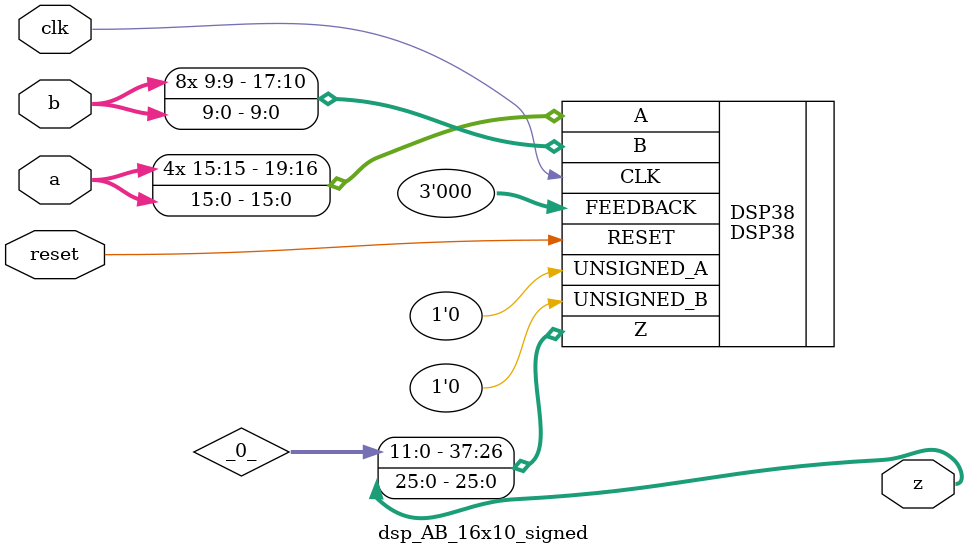
<source format=v>
/* Generated by Yosys 0.18+10 (git sha1 9ae216287, gcc 11.2.1 -fPIC -Os) */

module dsp_AB_16x10_signed(a, b, clk, reset, z);
  input [15:0] a;
  input [9:0] b;
  input clk;
  input reset;
  output [25:0] z;
  (* unused_bits = "0 1 2 3 4 5 6 7 8 9 10 11" *)
  wire [11:0] _0_;
  (* src = "/nfs_scratch/scratch/litex/sarmad_salman/practice/ep4/Validation/RTL_testcases/IP_Catalog_Designs/dsp/dsp_generator_AB_16X10_signed/results_dir/./dsp_AB_16x10_signed/run_1/IPs/rapidsilicon/ip/dsp_generator/v1_0/dsp_AB_16x10_signed/src/dsp_AB_16x10_signed_v1_0.v:29.26-29.27" *)
  (* src = "/nfs_scratch/scratch/litex/sarmad_salman/practice/ep4/Validation/RTL_testcases/IP_Catalog_Designs/dsp/dsp_generator_AB_16X10_signed/results_dir/./dsp_AB_16x10_signed/run_1/IPs/rapidsilicon/ip/dsp_generator/v1_0/dsp_AB_16x10_signed/src/dsp_AB_16x10_signed_v1_0.v:29.26-29.27" *)
  wire [15:0] a;
  (* src = "/nfs_scratch/scratch/litex/sarmad_salman/practice/ep4/Validation/RTL_testcases/IP_Catalog_Designs/dsp/dsp_generator_AB_16X10_signed/results_dir/./dsp_AB_16x10_signed/run_1/IPs/rapidsilicon/ip/dsp_generator/v1_0/dsp_AB_16x10_signed/src/dsp_AB_16x10_signed_v1_0.v:30.26-30.27" *)
  (* src = "/nfs_scratch/scratch/litex/sarmad_salman/practice/ep4/Validation/RTL_testcases/IP_Catalog_Designs/dsp/dsp_generator_AB_16X10_signed/results_dir/./dsp_AB_16x10_signed/run_1/IPs/rapidsilicon/ip/dsp_generator/v1_0/dsp_AB_16x10_signed/src/dsp_AB_16x10_signed_v1_0.v:30.26-30.27" *)
  wire [9:0] b;
  (* src = "/nfs_scratch/scratch/litex/sarmad_salman/practice/ep4/Validation/RTL_testcases/IP_Catalog_Designs/dsp/dsp_generator_AB_16X10_signed/results_dir/./dsp_AB_16x10_signed/run_1/IPs/rapidsilicon/ip/dsp_generator/v1_0/dsp_AB_16x10_signed/src/dsp_AB_16x10_signed_v1_0.v:31.26-31.29" *)
  (* src = "/nfs_scratch/scratch/litex/sarmad_salman/practice/ep4/Validation/RTL_testcases/IP_Catalog_Designs/dsp/dsp_generator_AB_16X10_signed/results_dir/./dsp_AB_16x10_signed/run_1/IPs/rapidsilicon/ip/dsp_generator/v1_0/dsp_AB_16x10_signed/src/dsp_AB_16x10_signed_v1_0.v:31.26-31.29" *)
  wire clk;
  (* src = "/nfs_scratch/scratch/litex/sarmad_salman/practice/ep4/Validation/RTL_testcases/IP_Catalog_Designs/dsp/dsp_generator_AB_16X10_signed/results_dir/./dsp_AB_16x10_signed/run_1/IPs/rapidsilicon/ip/dsp_generator/v1_0/dsp_AB_16x10_signed/src/dsp_AB_16x10_signed_v1_0.v:32.26-32.31" *)
  (* src = "/nfs_scratch/scratch/litex/sarmad_salman/practice/ep4/Validation/RTL_testcases/IP_Catalog_Designs/dsp/dsp_generator_AB_16X10_signed/results_dir/./dsp_AB_16x10_signed/run_1/IPs/rapidsilicon/ip/dsp_generator/v1_0/dsp_AB_16x10_signed/src/dsp_AB_16x10_signed_v1_0.v:32.26-32.31" *)
  wire reset;
  (* src = "/nfs_scratch/scratch/litex/sarmad_salman/practice/ep4/Validation/RTL_testcases/IP_Catalog_Designs/dsp/dsp_generator_AB_16X10_signed/results_dir/./dsp_AB_16x10_signed/run_1/IPs/rapidsilicon/ip/dsp_generator/v1_0/dsp_AB_16x10_signed/src/dsp_AB_16x10_signed_v1_0.v:33.26-33.27" *)
  (* src = "/nfs_scratch/scratch/litex/sarmad_salman/practice/ep4/Validation/RTL_testcases/IP_Catalog_Designs/dsp/dsp_generator_AB_16X10_signed/results_dir/./dsp_AB_16x10_signed/run_1/IPs/rapidsilicon/ip/dsp_generator/v1_0/dsp_AB_16x10_signed/src/dsp_AB_16x10_signed_v1_0.v:33.26-33.27" *)
  wire [25:0] z;
  (* module_not_derived = 32'h00000001 *)
  (* src = "/nfs_scratch/scratch/litex/sarmad_salman/practice/ep4/Validation/RTL_testcases/IP_Catalog_Designs/dsp/dsp_generator_AB_16X10_signed/results_dir/./dsp_AB_16x10_signed/run_1/IPs/rapidsilicon/ip/dsp_generator/v1_0/dsp_AB_16x10_signed/src/dsp_AB_16x10_signed_v1_0.v:71.3-80.2" *)
  DSP38 #(
    .DSP_MODE("MULTIPLY"),
    .INPUT_REG_EN("TRUE"),
    .OUTPUT_REG_EN("TRUE")
  ) DSP38 (
    .A({ a[15], a[15], a[15], a[15], a }),
    .B({ b[9], b[9], b[9], b[9], b[9], b[9], b[9], b[9], b }),
    .CLK(clk),
    .FEEDBACK(3'h0),
    .RESET(reset),
    .UNSIGNED_A(1'h0),
    .UNSIGNED_B(1'h0),
    .Z({ _0_, z })
  );
endmodule

</source>
